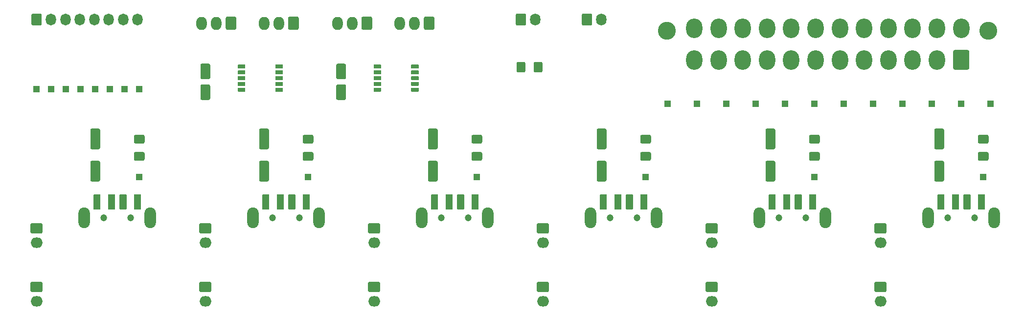
<source format=gbr>
%TF.GenerationSoftware,KiCad,Pcbnew,5.1.10*%
%TF.CreationDate,2021-09-07T22:11:19-04:00*%
%TF.ProjectId,Power Distribution Board Rock64,506f7765-7220-4446-9973-747269627574,rev?*%
%TF.SameCoordinates,Original*%
%TF.FileFunction,Soldermask,Top*%
%TF.FilePolarity,Negative*%
%FSLAX46Y46*%
G04 Gerber Fmt 4.6, Leading zero omitted, Abs format (unit mm)*
G04 Created by KiCad (PCBNEW 5.1.10) date 2021-09-07 22:11:19*
%MOMM*%
%LPD*%
G01*
G04 APERTURE LIST*
%ADD10C,1.200000*%
%ADD11O,2.000000X3.600000*%
%ADD12O,1.800000X2.100000*%
%ADD13O,1.840000X2.290000*%
%ADD14O,1.800000X2.050000*%
%ADD15O,2.100000X1.800000*%
%ADD16C,3.100000*%
%ADD17O,2.800000X3.400000*%
G04 APERTURE END LIST*
D10*
%TO.C,J10*%
X245350000Y-140420000D03*
X249950000Y-140420000D03*
D11*
X241950000Y-140420000D03*
X253350000Y-140420000D03*
G36*
G01*
X243600000Y-136370000D02*
X244700000Y-136370000D01*
G75*
G02*
X244750000Y-136420000I0J-50000D01*
G01*
X244750000Y-138920000D01*
G75*
G02*
X244700000Y-138970000I-50000J0D01*
G01*
X243600000Y-138970000D01*
G75*
G02*
X243550000Y-138920000I0J50000D01*
G01*
X243550000Y-136420000D01*
G75*
G02*
X243600000Y-136370000I50000J0D01*
G01*
G37*
G36*
G01*
X250600000Y-136370000D02*
X251700000Y-136370000D01*
G75*
G02*
X251750000Y-136420000I0J-50000D01*
G01*
X251750000Y-138920000D01*
G75*
G02*
X251700000Y-138970000I-50000J0D01*
G01*
X250600000Y-138970000D01*
G75*
G02*
X250550000Y-138920000I0J50000D01*
G01*
X250550000Y-136420000D01*
G75*
G02*
X250600000Y-136370000I50000J0D01*
G01*
G37*
G36*
G01*
X246100000Y-136370000D02*
X247200000Y-136370000D01*
G75*
G02*
X247250000Y-136420000I0J-50000D01*
G01*
X247250000Y-138920000D01*
G75*
G02*
X247200000Y-138970000I-50000J0D01*
G01*
X246100000Y-138970000D01*
G75*
G02*
X246050000Y-138920000I0J50000D01*
G01*
X246050000Y-136420000D01*
G75*
G02*
X246100000Y-136370000I50000J0D01*
G01*
G37*
G36*
G01*
X248100000Y-136370000D02*
X249200000Y-136370000D01*
G75*
G02*
X249250000Y-136420000I0J-50000D01*
G01*
X249250000Y-138920000D01*
G75*
G02*
X249200000Y-138970000I-50000J0D01*
G01*
X248100000Y-138970000D01*
G75*
G02*
X248050000Y-138920000I0J50000D01*
G01*
X248050000Y-136420000D01*
G75*
G02*
X248100000Y-136370000I50000J0D01*
G01*
G37*
%TD*%
D10*
%TO.C,J9*%
X186930000Y-140420000D03*
X191530000Y-140420000D03*
D11*
X183530000Y-140420000D03*
X194930000Y-140420000D03*
G36*
G01*
X185180000Y-136370000D02*
X186280000Y-136370000D01*
G75*
G02*
X186330000Y-136420000I0J-50000D01*
G01*
X186330000Y-138920000D01*
G75*
G02*
X186280000Y-138970000I-50000J0D01*
G01*
X185180000Y-138970000D01*
G75*
G02*
X185130000Y-138920000I0J50000D01*
G01*
X185130000Y-136420000D01*
G75*
G02*
X185180000Y-136370000I50000J0D01*
G01*
G37*
G36*
G01*
X192180000Y-136370000D02*
X193280000Y-136370000D01*
G75*
G02*
X193330000Y-136420000I0J-50000D01*
G01*
X193330000Y-138920000D01*
G75*
G02*
X193280000Y-138970000I-50000J0D01*
G01*
X192180000Y-138970000D01*
G75*
G02*
X192130000Y-138920000I0J50000D01*
G01*
X192130000Y-136420000D01*
G75*
G02*
X192180000Y-136370000I50000J0D01*
G01*
G37*
G36*
G01*
X187680000Y-136370000D02*
X188780000Y-136370000D01*
G75*
G02*
X188830000Y-136420000I0J-50000D01*
G01*
X188830000Y-138920000D01*
G75*
G02*
X188780000Y-138970000I-50000J0D01*
G01*
X187680000Y-138970000D01*
G75*
G02*
X187630000Y-138920000I0J50000D01*
G01*
X187630000Y-136420000D01*
G75*
G02*
X187680000Y-136370000I50000J0D01*
G01*
G37*
G36*
G01*
X189680000Y-136370000D02*
X190780000Y-136370000D01*
G75*
G02*
X190830000Y-136420000I0J-50000D01*
G01*
X190830000Y-138920000D01*
G75*
G02*
X190780000Y-138970000I-50000J0D01*
G01*
X189680000Y-138970000D01*
G75*
G02*
X189630000Y-138920000I0J50000D01*
G01*
X189630000Y-136420000D01*
G75*
G02*
X189680000Y-136370000I50000J0D01*
G01*
G37*
%TD*%
D10*
%TO.C,J8*%
X128510000Y-140420000D03*
X133110000Y-140420000D03*
D11*
X125110000Y-140420000D03*
X136510000Y-140420000D03*
G36*
G01*
X126760000Y-136370000D02*
X127860000Y-136370000D01*
G75*
G02*
X127910000Y-136420000I0J-50000D01*
G01*
X127910000Y-138920000D01*
G75*
G02*
X127860000Y-138970000I-50000J0D01*
G01*
X126760000Y-138970000D01*
G75*
G02*
X126710000Y-138920000I0J50000D01*
G01*
X126710000Y-136420000D01*
G75*
G02*
X126760000Y-136370000I50000J0D01*
G01*
G37*
G36*
G01*
X133760000Y-136370000D02*
X134860000Y-136370000D01*
G75*
G02*
X134910000Y-136420000I0J-50000D01*
G01*
X134910000Y-138920000D01*
G75*
G02*
X134860000Y-138970000I-50000J0D01*
G01*
X133760000Y-138970000D01*
G75*
G02*
X133710000Y-138920000I0J50000D01*
G01*
X133710000Y-136420000D01*
G75*
G02*
X133760000Y-136370000I50000J0D01*
G01*
G37*
G36*
G01*
X129260000Y-136370000D02*
X130360000Y-136370000D01*
G75*
G02*
X130410000Y-136420000I0J-50000D01*
G01*
X130410000Y-138920000D01*
G75*
G02*
X130360000Y-138970000I-50000J0D01*
G01*
X129260000Y-138970000D01*
G75*
G02*
X129210000Y-138920000I0J50000D01*
G01*
X129210000Y-136420000D01*
G75*
G02*
X129260000Y-136370000I50000J0D01*
G01*
G37*
G36*
G01*
X131260000Y-136370000D02*
X132360000Y-136370000D01*
G75*
G02*
X132410000Y-136420000I0J-50000D01*
G01*
X132410000Y-138920000D01*
G75*
G02*
X132360000Y-138970000I-50000J0D01*
G01*
X131260000Y-138970000D01*
G75*
G02*
X131210000Y-138920000I0J50000D01*
G01*
X131210000Y-136420000D01*
G75*
G02*
X131260000Y-136370000I50000J0D01*
G01*
G37*
%TD*%
D10*
%TO.C,J4*%
X216140000Y-140420000D03*
X220740000Y-140420000D03*
D11*
X212740000Y-140420000D03*
X224140000Y-140420000D03*
G36*
G01*
X214390000Y-136370000D02*
X215490000Y-136370000D01*
G75*
G02*
X215540000Y-136420000I0J-50000D01*
G01*
X215540000Y-138920000D01*
G75*
G02*
X215490000Y-138970000I-50000J0D01*
G01*
X214390000Y-138970000D01*
G75*
G02*
X214340000Y-138920000I0J50000D01*
G01*
X214340000Y-136420000D01*
G75*
G02*
X214390000Y-136370000I50000J0D01*
G01*
G37*
G36*
G01*
X221390000Y-136370000D02*
X222490000Y-136370000D01*
G75*
G02*
X222540000Y-136420000I0J-50000D01*
G01*
X222540000Y-138920000D01*
G75*
G02*
X222490000Y-138970000I-50000J0D01*
G01*
X221390000Y-138970000D01*
G75*
G02*
X221340000Y-138920000I0J50000D01*
G01*
X221340000Y-136420000D01*
G75*
G02*
X221390000Y-136370000I50000J0D01*
G01*
G37*
G36*
G01*
X216890000Y-136370000D02*
X217990000Y-136370000D01*
G75*
G02*
X218040000Y-136420000I0J-50000D01*
G01*
X218040000Y-138920000D01*
G75*
G02*
X217990000Y-138970000I-50000J0D01*
G01*
X216890000Y-138970000D01*
G75*
G02*
X216840000Y-138920000I0J50000D01*
G01*
X216840000Y-136420000D01*
G75*
G02*
X216890000Y-136370000I50000J0D01*
G01*
G37*
G36*
G01*
X218890000Y-136370000D02*
X219990000Y-136370000D01*
G75*
G02*
X220040000Y-136420000I0J-50000D01*
G01*
X220040000Y-138920000D01*
G75*
G02*
X219990000Y-138970000I-50000J0D01*
G01*
X218890000Y-138970000D01*
G75*
G02*
X218840000Y-138920000I0J50000D01*
G01*
X218840000Y-136420000D01*
G75*
G02*
X218890000Y-136370000I50000J0D01*
G01*
G37*
%TD*%
D10*
%TO.C,J3*%
X157720000Y-140420000D03*
X162320000Y-140420000D03*
D11*
X154320000Y-140420000D03*
X165720000Y-140420000D03*
G36*
G01*
X155970000Y-136370000D02*
X157070000Y-136370000D01*
G75*
G02*
X157120000Y-136420000I0J-50000D01*
G01*
X157120000Y-138920000D01*
G75*
G02*
X157070000Y-138970000I-50000J0D01*
G01*
X155970000Y-138970000D01*
G75*
G02*
X155920000Y-138920000I0J50000D01*
G01*
X155920000Y-136420000D01*
G75*
G02*
X155970000Y-136370000I50000J0D01*
G01*
G37*
G36*
G01*
X162970000Y-136370000D02*
X164070000Y-136370000D01*
G75*
G02*
X164120000Y-136420000I0J-50000D01*
G01*
X164120000Y-138920000D01*
G75*
G02*
X164070000Y-138970000I-50000J0D01*
G01*
X162970000Y-138970000D01*
G75*
G02*
X162920000Y-138920000I0J50000D01*
G01*
X162920000Y-136420000D01*
G75*
G02*
X162970000Y-136370000I50000J0D01*
G01*
G37*
G36*
G01*
X158470000Y-136370000D02*
X159570000Y-136370000D01*
G75*
G02*
X159620000Y-136420000I0J-50000D01*
G01*
X159620000Y-138920000D01*
G75*
G02*
X159570000Y-138970000I-50000J0D01*
G01*
X158470000Y-138970000D01*
G75*
G02*
X158420000Y-138920000I0J50000D01*
G01*
X158420000Y-136420000D01*
G75*
G02*
X158470000Y-136370000I50000J0D01*
G01*
G37*
G36*
G01*
X160470000Y-136370000D02*
X161570000Y-136370000D01*
G75*
G02*
X161620000Y-136420000I0J-50000D01*
G01*
X161620000Y-138920000D01*
G75*
G02*
X161570000Y-138970000I-50000J0D01*
G01*
X160470000Y-138970000D01*
G75*
G02*
X160420000Y-138920000I0J50000D01*
G01*
X160420000Y-136420000D01*
G75*
G02*
X160470000Y-136370000I50000J0D01*
G01*
G37*
%TD*%
D10*
%TO.C,J2*%
X99300000Y-140420000D03*
X103900000Y-140420000D03*
D11*
X95900000Y-140420000D03*
X107300000Y-140420000D03*
G36*
G01*
X97550000Y-136370000D02*
X98650000Y-136370000D01*
G75*
G02*
X98700000Y-136420000I0J-50000D01*
G01*
X98700000Y-138920000D01*
G75*
G02*
X98650000Y-138970000I-50000J0D01*
G01*
X97550000Y-138970000D01*
G75*
G02*
X97500000Y-138920000I0J50000D01*
G01*
X97500000Y-136420000D01*
G75*
G02*
X97550000Y-136370000I50000J0D01*
G01*
G37*
G36*
G01*
X104550000Y-136370000D02*
X105650000Y-136370000D01*
G75*
G02*
X105700000Y-136420000I0J-50000D01*
G01*
X105700000Y-138920000D01*
G75*
G02*
X105650000Y-138970000I-50000J0D01*
G01*
X104550000Y-138970000D01*
G75*
G02*
X104500000Y-138920000I0J50000D01*
G01*
X104500000Y-136420000D01*
G75*
G02*
X104550000Y-136370000I50000J0D01*
G01*
G37*
G36*
G01*
X100050000Y-136370000D02*
X101150000Y-136370000D01*
G75*
G02*
X101200000Y-136420000I0J-50000D01*
G01*
X101200000Y-138920000D01*
G75*
G02*
X101150000Y-138970000I-50000J0D01*
G01*
X100050000Y-138970000D01*
G75*
G02*
X100000000Y-138920000I0J50000D01*
G01*
X100000000Y-136420000D01*
G75*
G02*
X100050000Y-136370000I50000J0D01*
G01*
G37*
G36*
G01*
X102050000Y-136370000D02*
X103150000Y-136370000D01*
G75*
G02*
X103200000Y-136420000I0J-50000D01*
G01*
X103200000Y-138920000D01*
G75*
G02*
X103150000Y-138970000I-50000J0D01*
G01*
X102050000Y-138970000D01*
G75*
G02*
X102000000Y-138920000I0J50000D01*
G01*
X102000000Y-136420000D01*
G75*
G02*
X102050000Y-136370000I50000J0D01*
G01*
G37*
%TD*%
%TO.C,U2*%
G36*
G01*
X146020000Y-117865000D02*
X147200000Y-117865000D01*
G75*
G02*
X147250000Y-117915000I0J-50000D01*
G01*
X147250000Y-118495000D01*
G75*
G02*
X147200000Y-118545000I-50000J0D01*
G01*
X146020000Y-118545000D01*
G75*
G02*
X145970000Y-118495000I0J50000D01*
G01*
X145970000Y-117915000D01*
G75*
G02*
X146020000Y-117865000I50000J0D01*
G01*
G37*
G36*
G01*
X152520000Y-117865000D02*
X153700000Y-117865000D01*
G75*
G02*
X153750000Y-117915000I0J-50000D01*
G01*
X153750000Y-118495000D01*
G75*
G02*
X153700000Y-118545000I-50000J0D01*
G01*
X152520000Y-118545000D01*
G75*
G02*
X152470000Y-118495000I0J50000D01*
G01*
X152470000Y-117915000D01*
G75*
G02*
X152520000Y-117865000I50000J0D01*
G01*
G37*
G36*
G01*
X146020000Y-116865000D02*
X147200000Y-116865000D01*
G75*
G02*
X147250000Y-116915000I0J-50000D01*
G01*
X147250000Y-117495000D01*
G75*
G02*
X147200000Y-117545000I-50000J0D01*
G01*
X146020000Y-117545000D01*
G75*
G02*
X145970000Y-117495000I0J50000D01*
G01*
X145970000Y-116915000D01*
G75*
G02*
X146020000Y-116865000I50000J0D01*
G01*
G37*
G36*
G01*
X152520000Y-116865000D02*
X153700000Y-116865000D01*
G75*
G02*
X153750000Y-116915000I0J-50000D01*
G01*
X153750000Y-117495000D01*
G75*
G02*
X153700000Y-117545000I-50000J0D01*
G01*
X152520000Y-117545000D01*
G75*
G02*
X152470000Y-117495000I0J50000D01*
G01*
X152470000Y-116915000D01*
G75*
G02*
X152520000Y-116865000I50000J0D01*
G01*
G37*
G36*
G01*
X146020000Y-115865000D02*
X147200000Y-115865000D01*
G75*
G02*
X147250000Y-115915000I0J-50000D01*
G01*
X147250000Y-116495000D01*
G75*
G02*
X147200000Y-116545000I-50000J0D01*
G01*
X146020000Y-116545000D01*
G75*
G02*
X145970000Y-116495000I0J50000D01*
G01*
X145970000Y-115915000D01*
G75*
G02*
X146020000Y-115865000I50000J0D01*
G01*
G37*
G36*
G01*
X152520000Y-115865000D02*
X153700000Y-115865000D01*
G75*
G02*
X153750000Y-115915000I0J-50000D01*
G01*
X153750000Y-116495000D01*
G75*
G02*
X153700000Y-116545000I-50000J0D01*
G01*
X152520000Y-116545000D01*
G75*
G02*
X152470000Y-116495000I0J50000D01*
G01*
X152470000Y-115915000D01*
G75*
G02*
X152520000Y-115865000I50000J0D01*
G01*
G37*
G36*
G01*
X146020000Y-114865000D02*
X147200000Y-114865000D01*
G75*
G02*
X147250000Y-114915000I0J-50000D01*
G01*
X147250000Y-115495000D01*
G75*
G02*
X147200000Y-115545000I-50000J0D01*
G01*
X146020000Y-115545000D01*
G75*
G02*
X145970000Y-115495000I0J50000D01*
G01*
X145970000Y-114915000D01*
G75*
G02*
X146020000Y-114865000I50000J0D01*
G01*
G37*
G36*
G01*
X152520000Y-114865000D02*
X153700000Y-114865000D01*
G75*
G02*
X153750000Y-114915000I0J-50000D01*
G01*
X153750000Y-115495000D01*
G75*
G02*
X153700000Y-115545000I-50000J0D01*
G01*
X152520000Y-115545000D01*
G75*
G02*
X152470000Y-115495000I0J50000D01*
G01*
X152470000Y-114915000D01*
G75*
G02*
X152520000Y-114865000I50000J0D01*
G01*
G37*
G36*
G01*
X146020000Y-113865000D02*
X147200000Y-113865000D01*
G75*
G02*
X147250000Y-113915000I0J-50000D01*
G01*
X147250000Y-114495000D01*
G75*
G02*
X147200000Y-114545000I-50000J0D01*
G01*
X146020000Y-114545000D01*
G75*
G02*
X145970000Y-114495000I0J50000D01*
G01*
X145970000Y-113915000D01*
G75*
G02*
X146020000Y-113865000I50000J0D01*
G01*
G37*
G36*
G01*
X152520000Y-113865000D02*
X153700000Y-113865000D01*
G75*
G02*
X153750000Y-113915000I0J-50000D01*
G01*
X153750000Y-114495000D01*
G75*
G02*
X153700000Y-114545000I-50000J0D01*
G01*
X152520000Y-114545000D01*
G75*
G02*
X152470000Y-114495000I0J50000D01*
G01*
X152470000Y-113915000D01*
G75*
G02*
X152520000Y-113865000I50000J0D01*
G01*
G37*
%TD*%
%TO.C,U1*%
G36*
G01*
X122525000Y-117865000D02*
X123705000Y-117865000D01*
G75*
G02*
X123755000Y-117915000I0J-50000D01*
G01*
X123755000Y-118495000D01*
G75*
G02*
X123705000Y-118545000I-50000J0D01*
G01*
X122525000Y-118545000D01*
G75*
G02*
X122475000Y-118495000I0J50000D01*
G01*
X122475000Y-117915000D01*
G75*
G02*
X122525000Y-117865000I50000J0D01*
G01*
G37*
G36*
G01*
X129025000Y-117865000D02*
X130205000Y-117865000D01*
G75*
G02*
X130255000Y-117915000I0J-50000D01*
G01*
X130255000Y-118495000D01*
G75*
G02*
X130205000Y-118545000I-50000J0D01*
G01*
X129025000Y-118545000D01*
G75*
G02*
X128975000Y-118495000I0J50000D01*
G01*
X128975000Y-117915000D01*
G75*
G02*
X129025000Y-117865000I50000J0D01*
G01*
G37*
G36*
G01*
X122525000Y-116865000D02*
X123705000Y-116865000D01*
G75*
G02*
X123755000Y-116915000I0J-50000D01*
G01*
X123755000Y-117495000D01*
G75*
G02*
X123705000Y-117545000I-50000J0D01*
G01*
X122525000Y-117545000D01*
G75*
G02*
X122475000Y-117495000I0J50000D01*
G01*
X122475000Y-116915000D01*
G75*
G02*
X122525000Y-116865000I50000J0D01*
G01*
G37*
G36*
G01*
X129025000Y-116865000D02*
X130205000Y-116865000D01*
G75*
G02*
X130255000Y-116915000I0J-50000D01*
G01*
X130255000Y-117495000D01*
G75*
G02*
X130205000Y-117545000I-50000J0D01*
G01*
X129025000Y-117545000D01*
G75*
G02*
X128975000Y-117495000I0J50000D01*
G01*
X128975000Y-116915000D01*
G75*
G02*
X129025000Y-116865000I50000J0D01*
G01*
G37*
G36*
G01*
X122525000Y-115865000D02*
X123705000Y-115865000D01*
G75*
G02*
X123755000Y-115915000I0J-50000D01*
G01*
X123755000Y-116495000D01*
G75*
G02*
X123705000Y-116545000I-50000J0D01*
G01*
X122525000Y-116545000D01*
G75*
G02*
X122475000Y-116495000I0J50000D01*
G01*
X122475000Y-115915000D01*
G75*
G02*
X122525000Y-115865000I50000J0D01*
G01*
G37*
G36*
G01*
X129025000Y-115865000D02*
X130205000Y-115865000D01*
G75*
G02*
X130255000Y-115915000I0J-50000D01*
G01*
X130255000Y-116495000D01*
G75*
G02*
X130205000Y-116545000I-50000J0D01*
G01*
X129025000Y-116545000D01*
G75*
G02*
X128975000Y-116495000I0J50000D01*
G01*
X128975000Y-115915000D01*
G75*
G02*
X129025000Y-115865000I50000J0D01*
G01*
G37*
G36*
G01*
X122525000Y-114865000D02*
X123705000Y-114865000D01*
G75*
G02*
X123755000Y-114915000I0J-50000D01*
G01*
X123755000Y-115495000D01*
G75*
G02*
X123705000Y-115545000I-50000J0D01*
G01*
X122525000Y-115545000D01*
G75*
G02*
X122475000Y-115495000I0J50000D01*
G01*
X122475000Y-114915000D01*
G75*
G02*
X122525000Y-114865000I50000J0D01*
G01*
G37*
G36*
G01*
X129025000Y-114865000D02*
X130205000Y-114865000D01*
G75*
G02*
X130255000Y-114915000I0J-50000D01*
G01*
X130255000Y-115495000D01*
G75*
G02*
X130205000Y-115545000I-50000J0D01*
G01*
X129025000Y-115545000D01*
G75*
G02*
X128975000Y-115495000I0J50000D01*
G01*
X128975000Y-114915000D01*
G75*
G02*
X129025000Y-114865000I50000J0D01*
G01*
G37*
G36*
G01*
X122525000Y-113865000D02*
X123705000Y-113865000D01*
G75*
G02*
X123755000Y-113915000I0J-50000D01*
G01*
X123755000Y-114495000D01*
G75*
G02*
X123705000Y-114545000I-50000J0D01*
G01*
X122525000Y-114545000D01*
G75*
G02*
X122475000Y-114495000I0J50000D01*
G01*
X122475000Y-113915000D01*
G75*
G02*
X122525000Y-113865000I50000J0D01*
G01*
G37*
G36*
G01*
X129025000Y-113865000D02*
X130205000Y-113865000D01*
G75*
G02*
X130255000Y-113915000I0J-50000D01*
G01*
X130255000Y-114495000D01*
G75*
G02*
X130205000Y-114545000I-50000J0D01*
G01*
X129025000Y-114545000D01*
G75*
G02*
X128975000Y-114495000I0J50000D01*
G01*
X128975000Y-113915000D01*
G75*
G02*
X129025000Y-113865000I50000J0D01*
G01*
G37*
%TD*%
%TO.C,TP26*%
G36*
G01*
X104860000Y-118610000D02*
X104860000Y-117610000D01*
G75*
G02*
X104910000Y-117560000I50000J0D01*
G01*
X105910000Y-117560000D01*
G75*
G02*
X105960000Y-117610000I0J-50000D01*
G01*
X105960000Y-118610000D01*
G75*
G02*
X105910000Y-118660000I-50000J0D01*
G01*
X104910000Y-118660000D01*
G75*
G02*
X104860000Y-118610000I0J50000D01*
G01*
G37*
%TD*%
%TO.C,TP25*%
G36*
G01*
X102320000Y-118610000D02*
X102320000Y-117610000D01*
G75*
G02*
X102370000Y-117560000I50000J0D01*
G01*
X103370000Y-117560000D01*
G75*
G02*
X103420000Y-117610000I0J-50000D01*
G01*
X103420000Y-118610000D01*
G75*
G02*
X103370000Y-118660000I-50000J0D01*
G01*
X102370000Y-118660000D01*
G75*
G02*
X102320000Y-118610000I0J50000D01*
G01*
G37*
%TD*%
%TO.C,TP24*%
G36*
G01*
X99780000Y-118610000D02*
X99780000Y-117610000D01*
G75*
G02*
X99830000Y-117560000I50000J0D01*
G01*
X100830000Y-117560000D01*
G75*
G02*
X100880000Y-117610000I0J-50000D01*
G01*
X100880000Y-118610000D01*
G75*
G02*
X100830000Y-118660000I-50000J0D01*
G01*
X99830000Y-118660000D01*
G75*
G02*
X99780000Y-118610000I0J50000D01*
G01*
G37*
%TD*%
%TO.C,TP23*%
G36*
G01*
X97240000Y-118610000D02*
X97240000Y-117610000D01*
G75*
G02*
X97290000Y-117560000I50000J0D01*
G01*
X98290000Y-117560000D01*
G75*
G02*
X98340000Y-117610000I0J-50000D01*
G01*
X98340000Y-118610000D01*
G75*
G02*
X98290000Y-118660000I-50000J0D01*
G01*
X97290000Y-118660000D01*
G75*
G02*
X97240000Y-118610000I0J50000D01*
G01*
G37*
%TD*%
%TO.C,TP22*%
G36*
G01*
X251960000Y-133900000D02*
X250960000Y-133900000D01*
G75*
G02*
X250910000Y-133850000I0J50000D01*
G01*
X250910000Y-132850000D01*
G75*
G02*
X250960000Y-132800000I50000J0D01*
G01*
X251960000Y-132800000D01*
G75*
G02*
X252010000Y-132850000I0J-50000D01*
G01*
X252010000Y-133850000D01*
G75*
G02*
X251960000Y-133900000I-50000J0D01*
G01*
G37*
%TD*%
%TO.C,TP21*%
G36*
G01*
X222750000Y-133900000D02*
X221750000Y-133900000D01*
G75*
G02*
X221700000Y-133850000I0J50000D01*
G01*
X221700000Y-132850000D01*
G75*
G02*
X221750000Y-132800000I50000J0D01*
G01*
X222750000Y-132800000D01*
G75*
G02*
X222800000Y-132850000I0J-50000D01*
G01*
X222800000Y-133850000D01*
G75*
G02*
X222750000Y-133900000I-50000J0D01*
G01*
G37*
%TD*%
%TO.C,TP20*%
G36*
G01*
X193540000Y-133900000D02*
X192540000Y-133900000D01*
G75*
G02*
X192490000Y-133850000I0J50000D01*
G01*
X192490000Y-132850000D01*
G75*
G02*
X192540000Y-132800000I50000J0D01*
G01*
X193540000Y-132800000D01*
G75*
G02*
X193590000Y-132850000I0J-50000D01*
G01*
X193590000Y-133850000D01*
G75*
G02*
X193540000Y-133900000I-50000J0D01*
G01*
G37*
%TD*%
%TO.C,TP19*%
G36*
G01*
X94700000Y-118610000D02*
X94700000Y-117610000D01*
G75*
G02*
X94750000Y-117560000I50000J0D01*
G01*
X95750000Y-117560000D01*
G75*
G02*
X95800000Y-117610000I0J-50000D01*
G01*
X95800000Y-118610000D01*
G75*
G02*
X95750000Y-118660000I-50000J0D01*
G01*
X94750000Y-118660000D01*
G75*
G02*
X94700000Y-118610000I0J50000D01*
G01*
G37*
%TD*%
%TO.C,TP18*%
G36*
G01*
X92160000Y-118610000D02*
X92160000Y-117610000D01*
G75*
G02*
X92210000Y-117560000I50000J0D01*
G01*
X93210000Y-117560000D01*
G75*
G02*
X93260000Y-117610000I0J-50000D01*
G01*
X93260000Y-118610000D01*
G75*
G02*
X93210000Y-118660000I-50000J0D01*
G01*
X92210000Y-118660000D01*
G75*
G02*
X92160000Y-118610000I0J50000D01*
G01*
G37*
%TD*%
%TO.C,TP17*%
G36*
G01*
X89620000Y-118610000D02*
X89620000Y-117610000D01*
G75*
G02*
X89670000Y-117560000I50000J0D01*
G01*
X90670000Y-117560000D01*
G75*
G02*
X90720000Y-117610000I0J-50000D01*
G01*
X90720000Y-118610000D01*
G75*
G02*
X90670000Y-118660000I-50000J0D01*
G01*
X89670000Y-118660000D01*
G75*
G02*
X89620000Y-118610000I0J50000D01*
G01*
G37*
%TD*%
%TO.C,TP16*%
G36*
G01*
X87080000Y-118610000D02*
X87080000Y-117610000D01*
G75*
G02*
X87130000Y-117560000I50000J0D01*
G01*
X88130000Y-117560000D01*
G75*
G02*
X88180000Y-117610000I0J-50000D01*
G01*
X88180000Y-118610000D01*
G75*
G02*
X88130000Y-118660000I-50000J0D01*
G01*
X87130000Y-118660000D01*
G75*
G02*
X87080000Y-118610000I0J50000D01*
G01*
G37*
%TD*%
%TO.C,TP15*%
G36*
G01*
X164330000Y-133900000D02*
X163330000Y-133900000D01*
G75*
G02*
X163280000Y-133850000I0J50000D01*
G01*
X163280000Y-132850000D01*
G75*
G02*
X163330000Y-132800000I50000J0D01*
G01*
X164330000Y-132800000D01*
G75*
G02*
X164380000Y-132850000I0J-50000D01*
G01*
X164380000Y-133850000D01*
G75*
G02*
X164330000Y-133900000I-50000J0D01*
G01*
G37*
%TD*%
%TO.C,TP14*%
G36*
G01*
X135120000Y-133900000D02*
X134120000Y-133900000D01*
G75*
G02*
X134070000Y-133850000I0J50000D01*
G01*
X134070000Y-132850000D01*
G75*
G02*
X134120000Y-132800000I50000J0D01*
G01*
X135120000Y-132800000D01*
G75*
G02*
X135170000Y-132850000I0J-50000D01*
G01*
X135170000Y-133850000D01*
G75*
G02*
X135120000Y-133900000I-50000J0D01*
G01*
G37*
%TD*%
%TO.C,TP13*%
G36*
G01*
X105910000Y-133900000D02*
X104910000Y-133900000D01*
G75*
G02*
X104860000Y-133850000I0J50000D01*
G01*
X104860000Y-132850000D01*
G75*
G02*
X104910000Y-132800000I50000J0D01*
G01*
X105910000Y-132800000D01*
G75*
G02*
X105960000Y-132850000I0J-50000D01*
G01*
X105960000Y-133850000D01*
G75*
G02*
X105910000Y-133900000I-50000J0D01*
G01*
G37*
%TD*%
%TO.C,TP12*%
G36*
G01*
X196300000Y-121150000D02*
X196300000Y-120150000D01*
G75*
G02*
X196350000Y-120100000I50000J0D01*
G01*
X197350000Y-120100000D01*
G75*
G02*
X197400000Y-120150000I0J-50000D01*
G01*
X197400000Y-121150000D01*
G75*
G02*
X197350000Y-121200000I-50000J0D01*
G01*
X196350000Y-121200000D01*
G75*
G02*
X196300000Y-121150000I0J50000D01*
G01*
G37*
%TD*%
%TO.C,TP11*%
G36*
G01*
X201380000Y-121150000D02*
X201380000Y-120150000D01*
G75*
G02*
X201430000Y-120100000I50000J0D01*
G01*
X202430000Y-120100000D01*
G75*
G02*
X202480000Y-120150000I0J-50000D01*
G01*
X202480000Y-121150000D01*
G75*
G02*
X202430000Y-121200000I-50000J0D01*
G01*
X201430000Y-121200000D01*
G75*
G02*
X201380000Y-121150000I0J50000D01*
G01*
G37*
%TD*%
%TO.C,TP10*%
G36*
G01*
X206460000Y-121150000D02*
X206460000Y-120150000D01*
G75*
G02*
X206510000Y-120100000I50000J0D01*
G01*
X207510000Y-120100000D01*
G75*
G02*
X207560000Y-120150000I0J-50000D01*
G01*
X207560000Y-121150000D01*
G75*
G02*
X207510000Y-121200000I-50000J0D01*
G01*
X206510000Y-121200000D01*
G75*
G02*
X206460000Y-121150000I0J50000D01*
G01*
G37*
%TD*%
%TO.C,TP9*%
G36*
G01*
X211540000Y-121150000D02*
X211540000Y-120150000D01*
G75*
G02*
X211590000Y-120100000I50000J0D01*
G01*
X212590000Y-120100000D01*
G75*
G02*
X212640000Y-120150000I0J-50000D01*
G01*
X212640000Y-121150000D01*
G75*
G02*
X212590000Y-121200000I-50000J0D01*
G01*
X211590000Y-121200000D01*
G75*
G02*
X211540000Y-121150000I0J50000D01*
G01*
G37*
%TD*%
%TO.C,TP8*%
G36*
G01*
X216620000Y-121150000D02*
X216620000Y-120150000D01*
G75*
G02*
X216670000Y-120100000I50000J0D01*
G01*
X217670000Y-120100000D01*
G75*
G02*
X217720000Y-120150000I0J-50000D01*
G01*
X217720000Y-121150000D01*
G75*
G02*
X217670000Y-121200000I-50000J0D01*
G01*
X216670000Y-121200000D01*
G75*
G02*
X216620000Y-121150000I0J50000D01*
G01*
G37*
%TD*%
%TO.C,TP7*%
G36*
G01*
X221700000Y-121150000D02*
X221700000Y-120150000D01*
G75*
G02*
X221750000Y-120100000I50000J0D01*
G01*
X222750000Y-120100000D01*
G75*
G02*
X222800000Y-120150000I0J-50000D01*
G01*
X222800000Y-121150000D01*
G75*
G02*
X222750000Y-121200000I-50000J0D01*
G01*
X221750000Y-121200000D01*
G75*
G02*
X221700000Y-121150000I0J50000D01*
G01*
G37*
%TD*%
%TO.C,TP6*%
G36*
G01*
X226780000Y-121150000D02*
X226780000Y-120150000D01*
G75*
G02*
X226830000Y-120100000I50000J0D01*
G01*
X227830000Y-120100000D01*
G75*
G02*
X227880000Y-120150000I0J-50000D01*
G01*
X227880000Y-121150000D01*
G75*
G02*
X227830000Y-121200000I-50000J0D01*
G01*
X226830000Y-121200000D01*
G75*
G02*
X226780000Y-121150000I0J50000D01*
G01*
G37*
%TD*%
%TO.C,TP5*%
G36*
G01*
X231860000Y-121150000D02*
X231860000Y-120150000D01*
G75*
G02*
X231910000Y-120100000I50000J0D01*
G01*
X232910000Y-120100000D01*
G75*
G02*
X232960000Y-120150000I0J-50000D01*
G01*
X232960000Y-121150000D01*
G75*
G02*
X232910000Y-121200000I-50000J0D01*
G01*
X231910000Y-121200000D01*
G75*
G02*
X231860000Y-121150000I0J50000D01*
G01*
G37*
%TD*%
%TO.C,TP4*%
G36*
G01*
X236940000Y-121150000D02*
X236940000Y-120150000D01*
G75*
G02*
X236990000Y-120100000I50000J0D01*
G01*
X237990000Y-120100000D01*
G75*
G02*
X238040000Y-120150000I0J-50000D01*
G01*
X238040000Y-121150000D01*
G75*
G02*
X237990000Y-121200000I-50000J0D01*
G01*
X236990000Y-121200000D01*
G75*
G02*
X236940000Y-121150000I0J50000D01*
G01*
G37*
%TD*%
%TO.C,TP3*%
G36*
G01*
X242020000Y-121150000D02*
X242020000Y-120150000D01*
G75*
G02*
X242070000Y-120100000I50000J0D01*
G01*
X243070000Y-120100000D01*
G75*
G02*
X243120000Y-120150000I0J-50000D01*
G01*
X243120000Y-121150000D01*
G75*
G02*
X243070000Y-121200000I-50000J0D01*
G01*
X242070000Y-121200000D01*
G75*
G02*
X242020000Y-121150000I0J50000D01*
G01*
G37*
%TD*%
%TO.C,TP2*%
G36*
G01*
X247100000Y-121150000D02*
X247100000Y-120150000D01*
G75*
G02*
X247150000Y-120100000I50000J0D01*
G01*
X248150000Y-120100000D01*
G75*
G02*
X248200000Y-120150000I0J-50000D01*
G01*
X248200000Y-121150000D01*
G75*
G02*
X248150000Y-121200000I-50000J0D01*
G01*
X247150000Y-121200000D01*
G75*
G02*
X247100000Y-121150000I0J50000D01*
G01*
G37*
%TD*%
%TO.C,TP1*%
G36*
G01*
X252180000Y-121150000D02*
X252180000Y-120150000D01*
G75*
G02*
X252230000Y-120100000I50000J0D01*
G01*
X253230000Y-120100000D01*
G75*
G02*
X253280000Y-120150000I0J-50000D01*
G01*
X253280000Y-121150000D01*
G75*
G02*
X253230000Y-121200000I-50000J0D01*
G01*
X252230000Y-121200000D01*
G75*
G02*
X252180000Y-121150000I0J50000D01*
G01*
G37*
%TD*%
%TO.C,R1*%
G36*
G01*
X173662500Y-114957457D02*
X173662500Y-113642543D01*
G75*
G02*
X173930043Y-113375000I267543J0D01*
G01*
X174919957Y-113375000D01*
G75*
G02*
X175187500Y-113642543I0J-267543D01*
G01*
X175187500Y-114957457D01*
G75*
G02*
X174919957Y-115225000I-267543J0D01*
G01*
X173930043Y-115225000D01*
G75*
G02*
X173662500Y-114957457I0J267543D01*
G01*
G37*
G36*
G01*
X170687500Y-114957457D02*
X170687500Y-113642543D01*
G75*
G02*
X170955043Y-113375000I267543J0D01*
G01*
X171944957Y-113375000D01*
G75*
G02*
X172212500Y-113642543I0J-267543D01*
G01*
X172212500Y-114957457D01*
G75*
G02*
X171944957Y-115225000I-267543J0D01*
G01*
X170955043Y-115225000D01*
G75*
G02*
X170687500Y-114957457I0J267543D01*
G01*
G37*
%TD*%
D12*
%TO.C,J26*%
X173950000Y-106045000D03*
G36*
G01*
X170550000Y-106830295D02*
X170550000Y-105259705D01*
G75*
G02*
X170814705Y-104995000I264705J0D01*
G01*
X172085295Y-104995000D01*
G75*
G02*
X172350000Y-105259705I0J-264705D01*
G01*
X172350000Y-106830295D01*
G75*
G02*
X172085295Y-107095000I-264705J0D01*
G01*
X170814705Y-107095000D01*
G75*
G02*
X170550000Y-106830295I0J264705D01*
G01*
G37*
%TD*%
D13*
%TO.C,J25*%
X150495000Y-106680000D03*
X153035000Y-106680000D03*
G36*
G01*
X156495000Y-105799366D02*
X156495000Y-107560634D01*
G75*
G02*
X156230634Y-107825000I-264366J0D01*
G01*
X154919366Y-107825000D01*
G75*
G02*
X154655000Y-107560634I0J264366D01*
G01*
X154655000Y-105799366D01*
G75*
G02*
X154919366Y-105535000I264366J0D01*
G01*
X156230634Y-105535000D01*
G75*
G02*
X156495000Y-105799366I0J-264366D01*
G01*
G37*
%TD*%
%TO.C,J24*%
X139700000Y-106680000D03*
X142240000Y-106680000D03*
G36*
G01*
X145700000Y-105799366D02*
X145700000Y-107560634D01*
G75*
G02*
X145435634Y-107825000I-264366J0D01*
G01*
X144124366Y-107825000D01*
G75*
G02*
X143860000Y-107560634I0J264366D01*
G01*
X143860000Y-105799366D01*
G75*
G02*
X144124366Y-105535000I264366J0D01*
G01*
X145435634Y-105535000D01*
G75*
G02*
X145700000Y-105799366I0J-264366D01*
G01*
G37*
%TD*%
%TO.C,J23*%
X127000000Y-106680000D03*
X129540000Y-106680000D03*
G36*
G01*
X133000000Y-105799366D02*
X133000000Y-107560634D01*
G75*
G02*
X132735634Y-107825000I-264366J0D01*
G01*
X131424366Y-107825000D01*
G75*
G02*
X131160000Y-107560634I0J264366D01*
G01*
X131160000Y-105799366D01*
G75*
G02*
X131424366Y-105535000I264366J0D01*
G01*
X132735634Y-105535000D01*
G75*
G02*
X133000000Y-105799366I0J-264366D01*
G01*
G37*
%TD*%
%TO.C,J22*%
X116205000Y-106680000D03*
X118745000Y-106680000D03*
G36*
G01*
X122205000Y-105799366D02*
X122205000Y-107560634D01*
G75*
G02*
X121940634Y-107825000I-264366J0D01*
G01*
X120629366Y-107825000D01*
G75*
G02*
X120365000Y-107560634I0J264366D01*
G01*
X120365000Y-105799366D01*
G75*
G02*
X120629366Y-105535000I264366J0D01*
G01*
X121940634Y-105535000D01*
G75*
G02*
X122205000Y-105799366I0J-264366D01*
G01*
G37*
%TD*%
D14*
%TO.C,J21*%
X105130000Y-106045000D03*
X102630000Y-106045000D03*
X100130000Y-106045000D03*
X97630000Y-106045000D03*
X95130000Y-106045000D03*
X92630000Y-106045000D03*
X90130000Y-106045000D03*
G36*
G01*
X86730000Y-106805295D02*
X86730000Y-105284705D01*
G75*
G02*
X86994705Y-105020000I264705J0D01*
G01*
X88265295Y-105020000D01*
G75*
G02*
X88530000Y-105284705I0J-264705D01*
G01*
X88530000Y-106805295D01*
G75*
G02*
X88265295Y-107070000I-264705J0D01*
G01*
X86994705Y-107070000D01*
G75*
G02*
X86730000Y-106805295I0J264705D01*
G01*
G37*
%TD*%
D15*
%TO.C,J20*%
X233680000Y-144740000D03*
G36*
G01*
X232894705Y-141340000D02*
X234465295Y-141340000D01*
G75*
G02*
X234730000Y-141604705I0J-264705D01*
G01*
X234730000Y-142875295D01*
G75*
G02*
X234465295Y-143140000I-264705J0D01*
G01*
X232894705Y-143140000D01*
G75*
G02*
X232630000Y-142875295I0J264705D01*
G01*
X232630000Y-141604705D01*
G75*
G02*
X232894705Y-141340000I264705J0D01*
G01*
G37*
%TD*%
%TO.C,J19*%
X175260000Y-144740000D03*
G36*
G01*
X174474705Y-141340000D02*
X176045295Y-141340000D01*
G75*
G02*
X176310000Y-141604705I0J-264705D01*
G01*
X176310000Y-142875295D01*
G75*
G02*
X176045295Y-143140000I-264705J0D01*
G01*
X174474705Y-143140000D01*
G75*
G02*
X174210000Y-142875295I0J264705D01*
G01*
X174210000Y-141604705D01*
G75*
G02*
X174474705Y-141340000I264705J0D01*
G01*
G37*
%TD*%
%TO.C,J18*%
X116840000Y-144740000D03*
G36*
G01*
X116054705Y-141340000D02*
X117625295Y-141340000D01*
G75*
G02*
X117890000Y-141604705I0J-264705D01*
G01*
X117890000Y-142875295D01*
G75*
G02*
X117625295Y-143140000I-264705J0D01*
G01*
X116054705Y-143140000D01*
G75*
G02*
X115790000Y-142875295I0J264705D01*
G01*
X115790000Y-141604705D01*
G75*
G02*
X116054705Y-141340000I264705J0D01*
G01*
G37*
%TD*%
D12*
%TO.C,J17*%
X185380000Y-106045000D03*
G36*
G01*
X181980000Y-106830295D02*
X181980000Y-105259705D01*
G75*
G02*
X182244705Y-104995000I264705J0D01*
G01*
X183515295Y-104995000D01*
G75*
G02*
X183780000Y-105259705I0J-264705D01*
G01*
X183780000Y-106830295D01*
G75*
G02*
X183515295Y-107095000I-264705J0D01*
G01*
X182244705Y-107095000D01*
G75*
G02*
X181980000Y-106830295I0J264705D01*
G01*
G37*
%TD*%
D15*
%TO.C,J16*%
X204470000Y-144740000D03*
G36*
G01*
X203684705Y-141340000D02*
X205255295Y-141340000D01*
G75*
G02*
X205520000Y-141604705I0J-264705D01*
G01*
X205520000Y-142875295D01*
G75*
G02*
X205255295Y-143140000I-264705J0D01*
G01*
X203684705Y-143140000D01*
G75*
G02*
X203420000Y-142875295I0J264705D01*
G01*
X203420000Y-141604705D01*
G75*
G02*
X203684705Y-141340000I264705J0D01*
G01*
G37*
%TD*%
%TO.C,J15*%
X146050000Y-144740000D03*
G36*
G01*
X145264705Y-141340000D02*
X146835295Y-141340000D01*
G75*
G02*
X147100000Y-141604705I0J-264705D01*
G01*
X147100000Y-142875295D01*
G75*
G02*
X146835295Y-143140000I-264705J0D01*
G01*
X145264705Y-143140000D01*
G75*
G02*
X145000000Y-142875295I0J264705D01*
G01*
X145000000Y-141604705D01*
G75*
G02*
X145264705Y-141340000I264705J0D01*
G01*
G37*
%TD*%
%TO.C,J14*%
X87630000Y-144740000D03*
G36*
G01*
X86844705Y-141340000D02*
X88415295Y-141340000D01*
G75*
G02*
X88680000Y-141604705I0J-264705D01*
G01*
X88680000Y-142875295D01*
G75*
G02*
X88415295Y-143140000I-264705J0D01*
G01*
X86844705Y-143140000D01*
G75*
G02*
X86580000Y-142875295I0J264705D01*
G01*
X86580000Y-141604705D01*
G75*
G02*
X86844705Y-141340000I264705J0D01*
G01*
G37*
%TD*%
%TO.C,J13*%
X233680000Y-154900000D03*
G36*
G01*
X232894705Y-151500000D02*
X234465295Y-151500000D01*
G75*
G02*
X234730000Y-151764705I0J-264705D01*
G01*
X234730000Y-153035295D01*
G75*
G02*
X234465295Y-153300000I-264705J0D01*
G01*
X232894705Y-153300000D01*
G75*
G02*
X232630000Y-153035295I0J264705D01*
G01*
X232630000Y-151764705D01*
G75*
G02*
X232894705Y-151500000I264705J0D01*
G01*
G37*
%TD*%
%TO.C,J12*%
X175260000Y-154900000D03*
G36*
G01*
X174474705Y-151500000D02*
X176045295Y-151500000D01*
G75*
G02*
X176310000Y-151764705I0J-264705D01*
G01*
X176310000Y-153035295D01*
G75*
G02*
X176045295Y-153300000I-264705J0D01*
G01*
X174474705Y-153300000D01*
G75*
G02*
X174210000Y-153035295I0J264705D01*
G01*
X174210000Y-151764705D01*
G75*
G02*
X174474705Y-151500000I264705J0D01*
G01*
G37*
%TD*%
%TO.C,J11*%
X116840000Y-154900000D03*
G36*
G01*
X116054705Y-151500000D02*
X117625295Y-151500000D01*
G75*
G02*
X117890000Y-151764705I0J-264705D01*
G01*
X117890000Y-153035295D01*
G75*
G02*
X117625295Y-153300000I-264705J0D01*
G01*
X116054705Y-153300000D01*
G75*
G02*
X115790000Y-153035295I0J264705D01*
G01*
X115790000Y-151764705D01*
G75*
G02*
X116054705Y-151500000I264705J0D01*
G01*
G37*
%TD*%
%TO.C,J7*%
X204470000Y-154900000D03*
G36*
G01*
X203684705Y-151500000D02*
X205255295Y-151500000D01*
G75*
G02*
X205520000Y-151764705I0J-264705D01*
G01*
X205520000Y-153035295D01*
G75*
G02*
X205255295Y-153300000I-264705J0D01*
G01*
X203684705Y-153300000D01*
G75*
G02*
X203420000Y-153035295I0J264705D01*
G01*
X203420000Y-151764705D01*
G75*
G02*
X203684705Y-151500000I264705J0D01*
G01*
G37*
%TD*%
%TO.C,J6*%
X146050000Y-154900000D03*
G36*
G01*
X145264705Y-151500000D02*
X146835295Y-151500000D01*
G75*
G02*
X147100000Y-151764705I0J-264705D01*
G01*
X147100000Y-153035295D01*
G75*
G02*
X146835295Y-153300000I-264705J0D01*
G01*
X145264705Y-153300000D01*
G75*
G02*
X145000000Y-153035295I0J264705D01*
G01*
X145000000Y-151764705D01*
G75*
G02*
X145264705Y-151500000I264705J0D01*
G01*
G37*
%TD*%
%TO.C,J5*%
X87630000Y-154900000D03*
G36*
G01*
X86844705Y-151500000D02*
X88415295Y-151500000D01*
G75*
G02*
X88680000Y-151764705I0J-264705D01*
G01*
X88680000Y-153035295D01*
G75*
G02*
X88415295Y-153300000I-264705J0D01*
G01*
X86844705Y-153300000D01*
G75*
G02*
X86580000Y-153035295I0J264705D01*
G01*
X86580000Y-151764705D01*
G75*
G02*
X86844705Y-151500000I264705J0D01*
G01*
G37*
%TD*%
D16*
%TO.C,J1*%
X196750000Y-107990000D03*
X252350000Y-107990000D03*
D17*
X201450000Y-107530000D03*
X205650000Y-107530000D03*
X209850000Y-107530000D03*
X214050000Y-107530000D03*
X218250000Y-107530000D03*
X222450000Y-107530000D03*
X226650000Y-107530000D03*
X230850000Y-107530000D03*
X235050000Y-107530000D03*
X239250000Y-107530000D03*
X243450000Y-107530000D03*
X247650000Y-107530000D03*
X201450000Y-113030000D03*
X205650000Y-113030000D03*
X209850000Y-113030000D03*
X214050000Y-113030000D03*
X218250000Y-113030000D03*
X222450000Y-113030000D03*
X226650000Y-113030000D03*
X230850000Y-113030000D03*
X235050000Y-113030000D03*
X239250000Y-113030000D03*
X243450000Y-113030000D03*
G36*
G01*
X249050000Y-111589260D02*
X249050000Y-114470740D01*
G75*
G02*
X248790740Y-114730000I-259260J0D01*
G01*
X246509260Y-114730000D01*
G75*
G02*
X246250000Y-114470740I0J259260D01*
G01*
X246250000Y-111589260D01*
G75*
G02*
X246509260Y-111330000I259260J0D01*
G01*
X248790740Y-111330000D01*
G75*
G02*
X249050000Y-111589260I0J-259260D01*
G01*
G37*
%TD*%
%TO.C,C14*%
G36*
G01*
X139750625Y-117290000D02*
X140919375Y-117290000D01*
G75*
G02*
X141185000Y-117555625I0J-265625D01*
G01*
X141185000Y-119724375D01*
G75*
G02*
X140919375Y-119990000I-265625J0D01*
G01*
X139750625Y-119990000D01*
G75*
G02*
X139485000Y-119724375I0J265625D01*
G01*
X139485000Y-117555625D01*
G75*
G02*
X139750625Y-117290000I265625J0D01*
G01*
G37*
G36*
G01*
X139750625Y-113690000D02*
X140919375Y-113690000D01*
G75*
G02*
X141185000Y-113955625I0J-265625D01*
G01*
X141185000Y-116124375D01*
G75*
G02*
X140919375Y-116390000I-265625J0D01*
G01*
X139750625Y-116390000D01*
G75*
G02*
X139485000Y-116124375I0J265625D01*
G01*
X139485000Y-113955625D01*
G75*
G02*
X139750625Y-113690000I265625J0D01*
G01*
G37*
%TD*%
%TO.C,C13*%
G36*
G01*
X116255625Y-117290000D02*
X117424375Y-117290000D01*
G75*
G02*
X117690000Y-117555625I0J-265625D01*
G01*
X117690000Y-119724375D01*
G75*
G02*
X117424375Y-119990000I-265625J0D01*
G01*
X116255625Y-119990000D01*
G75*
G02*
X115990000Y-119724375I0J265625D01*
G01*
X115990000Y-117555625D01*
G75*
G02*
X116255625Y-117290000I265625J0D01*
G01*
G37*
G36*
G01*
X116255625Y-113690000D02*
X117424375Y-113690000D01*
G75*
G02*
X117690000Y-113955625I0J-265625D01*
G01*
X117690000Y-116124375D01*
G75*
G02*
X117424375Y-116390000I-265625J0D01*
G01*
X116255625Y-116390000D01*
G75*
G02*
X115990000Y-116124375I0J265625D01*
G01*
X115990000Y-113955625D01*
G75*
G02*
X116255625Y-113690000I265625J0D01*
G01*
G37*
%TD*%
%TO.C,C12*%
G36*
G01*
X252117457Y-127545000D02*
X250802543Y-127545000D01*
G75*
G02*
X250535000Y-127277457I0J267543D01*
G01*
X250535000Y-126287543D01*
G75*
G02*
X250802543Y-126020000I267543J0D01*
G01*
X252117457Y-126020000D01*
G75*
G02*
X252385000Y-126287543I0J-267543D01*
G01*
X252385000Y-127277457D01*
G75*
G02*
X252117457Y-127545000I-267543J0D01*
G01*
G37*
G36*
G01*
X252117457Y-130520000D02*
X250802543Y-130520000D01*
G75*
G02*
X250535000Y-130252457I0J267543D01*
G01*
X250535000Y-129262543D01*
G75*
G02*
X250802543Y-128995000I267543J0D01*
G01*
X252117457Y-128995000D01*
G75*
G02*
X252385000Y-129262543I0J-267543D01*
G01*
X252385000Y-130252457D01*
G75*
G02*
X252117457Y-130520000I-267543J0D01*
G01*
G37*
%TD*%
%TO.C,C11*%
G36*
G01*
X193697457Y-127545000D02*
X192382543Y-127545000D01*
G75*
G02*
X192115000Y-127277457I0J267543D01*
G01*
X192115000Y-126287543D01*
G75*
G02*
X192382543Y-126020000I267543J0D01*
G01*
X193697457Y-126020000D01*
G75*
G02*
X193965000Y-126287543I0J-267543D01*
G01*
X193965000Y-127277457D01*
G75*
G02*
X193697457Y-127545000I-267543J0D01*
G01*
G37*
G36*
G01*
X193697457Y-130520000D02*
X192382543Y-130520000D01*
G75*
G02*
X192115000Y-130252457I0J267543D01*
G01*
X192115000Y-129262543D01*
G75*
G02*
X192382543Y-128995000I267543J0D01*
G01*
X193697457Y-128995000D01*
G75*
G02*
X193965000Y-129262543I0J-267543D01*
G01*
X193965000Y-130252457D01*
G75*
G02*
X193697457Y-130520000I-267543J0D01*
G01*
G37*
%TD*%
%TO.C,C10*%
G36*
G01*
X135277457Y-127545000D02*
X133962543Y-127545000D01*
G75*
G02*
X133695000Y-127277457I0J267543D01*
G01*
X133695000Y-126287543D01*
G75*
G02*
X133962543Y-126020000I267543J0D01*
G01*
X135277457Y-126020000D01*
G75*
G02*
X135545000Y-126287543I0J-267543D01*
G01*
X135545000Y-127277457D01*
G75*
G02*
X135277457Y-127545000I-267543J0D01*
G01*
G37*
G36*
G01*
X135277457Y-130520000D02*
X133962543Y-130520000D01*
G75*
G02*
X133695000Y-130252457I0J267543D01*
G01*
X133695000Y-129262543D01*
G75*
G02*
X133962543Y-128995000I267543J0D01*
G01*
X135277457Y-128995000D01*
G75*
G02*
X135545000Y-129262543I0J-267543D01*
G01*
X135545000Y-130252457D01*
G75*
G02*
X135277457Y-130520000I-267543J0D01*
G01*
G37*
%TD*%
%TO.C,C9*%
G36*
G01*
X244424375Y-128540000D02*
X243255625Y-128540000D01*
G75*
G02*
X242990000Y-128274375I0J265625D01*
G01*
X242990000Y-125205625D01*
G75*
G02*
X243255625Y-124940000I265625J0D01*
G01*
X244424375Y-124940000D01*
G75*
G02*
X244690000Y-125205625I0J-265625D01*
G01*
X244690000Y-128274375D01*
G75*
G02*
X244424375Y-128540000I-265625J0D01*
G01*
G37*
G36*
G01*
X244424375Y-134140000D02*
X243255625Y-134140000D01*
G75*
G02*
X242990000Y-133874375I0J265625D01*
G01*
X242990000Y-130805625D01*
G75*
G02*
X243255625Y-130540000I265625J0D01*
G01*
X244424375Y-130540000D01*
G75*
G02*
X244690000Y-130805625I0J-265625D01*
G01*
X244690000Y-133874375D01*
G75*
G02*
X244424375Y-134140000I-265625J0D01*
G01*
G37*
%TD*%
%TO.C,C8*%
G36*
G01*
X186004375Y-128540000D02*
X184835625Y-128540000D01*
G75*
G02*
X184570000Y-128274375I0J265625D01*
G01*
X184570000Y-125205625D01*
G75*
G02*
X184835625Y-124940000I265625J0D01*
G01*
X186004375Y-124940000D01*
G75*
G02*
X186270000Y-125205625I0J-265625D01*
G01*
X186270000Y-128274375D01*
G75*
G02*
X186004375Y-128540000I-265625J0D01*
G01*
G37*
G36*
G01*
X186004375Y-134140000D02*
X184835625Y-134140000D01*
G75*
G02*
X184570000Y-133874375I0J265625D01*
G01*
X184570000Y-130805625D01*
G75*
G02*
X184835625Y-130540000I265625J0D01*
G01*
X186004375Y-130540000D01*
G75*
G02*
X186270000Y-130805625I0J-265625D01*
G01*
X186270000Y-133874375D01*
G75*
G02*
X186004375Y-134140000I-265625J0D01*
G01*
G37*
%TD*%
%TO.C,C7*%
G36*
G01*
X127584375Y-128540000D02*
X126415625Y-128540000D01*
G75*
G02*
X126150000Y-128274375I0J265625D01*
G01*
X126150000Y-125205625D01*
G75*
G02*
X126415625Y-124940000I265625J0D01*
G01*
X127584375Y-124940000D01*
G75*
G02*
X127850000Y-125205625I0J-265625D01*
G01*
X127850000Y-128274375D01*
G75*
G02*
X127584375Y-128540000I-265625J0D01*
G01*
G37*
G36*
G01*
X127584375Y-134140000D02*
X126415625Y-134140000D01*
G75*
G02*
X126150000Y-133874375I0J265625D01*
G01*
X126150000Y-130805625D01*
G75*
G02*
X126415625Y-130540000I265625J0D01*
G01*
X127584375Y-130540000D01*
G75*
G02*
X127850000Y-130805625I0J-265625D01*
G01*
X127850000Y-133874375D01*
G75*
G02*
X127584375Y-134140000I-265625J0D01*
G01*
G37*
%TD*%
%TO.C,C6*%
G36*
G01*
X222907457Y-127545000D02*
X221592543Y-127545000D01*
G75*
G02*
X221325000Y-127277457I0J267543D01*
G01*
X221325000Y-126287543D01*
G75*
G02*
X221592543Y-126020000I267543J0D01*
G01*
X222907457Y-126020000D01*
G75*
G02*
X223175000Y-126287543I0J-267543D01*
G01*
X223175000Y-127277457D01*
G75*
G02*
X222907457Y-127545000I-267543J0D01*
G01*
G37*
G36*
G01*
X222907457Y-130520000D02*
X221592543Y-130520000D01*
G75*
G02*
X221325000Y-130252457I0J267543D01*
G01*
X221325000Y-129262543D01*
G75*
G02*
X221592543Y-128995000I267543J0D01*
G01*
X222907457Y-128995000D01*
G75*
G02*
X223175000Y-129262543I0J-267543D01*
G01*
X223175000Y-130252457D01*
G75*
G02*
X222907457Y-130520000I-267543J0D01*
G01*
G37*
%TD*%
%TO.C,C5*%
G36*
G01*
X164487457Y-127545000D02*
X163172543Y-127545000D01*
G75*
G02*
X162905000Y-127277457I0J267543D01*
G01*
X162905000Y-126287543D01*
G75*
G02*
X163172543Y-126020000I267543J0D01*
G01*
X164487457Y-126020000D01*
G75*
G02*
X164755000Y-126287543I0J-267543D01*
G01*
X164755000Y-127277457D01*
G75*
G02*
X164487457Y-127545000I-267543J0D01*
G01*
G37*
G36*
G01*
X164487457Y-130520000D02*
X163172543Y-130520000D01*
G75*
G02*
X162905000Y-130252457I0J267543D01*
G01*
X162905000Y-129262543D01*
G75*
G02*
X163172543Y-128995000I267543J0D01*
G01*
X164487457Y-128995000D01*
G75*
G02*
X164755000Y-129262543I0J-267543D01*
G01*
X164755000Y-130252457D01*
G75*
G02*
X164487457Y-130520000I-267543J0D01*
G01*
G37*
%TD*%
%TO.C,C4*%
G36*
G01*
X106067457Y-127545000D02*
X104752543Y-127545000D01*
G75*
G02*
X104485000Y-127277457I0J267543D01*
G01*
X104485000Y-126287543D01*
G75*
G02*
X104752543Y-126020000I267543J0D01*
G01*
X106067457Y-126020000D01*
G75*
G02*
X106335000Y-126287543I0J-267543D01*
G01*
X106335000Y-127277457D01*
G75*
G02*
X106067457Y-127545000I-267543J0D01*
G01*
G37*
G36*
G01*
X106067457Y-130520000D02*
X104752543Y-130520000D01*
G75*
G02*
X104485000Y-130252457I0J267543D01*
G01*
X104485000Y-129262543D01*
G75*
G02*
X104752543Y-128995000I267543J0D01*
G01*
X106067457Y-128995000D01*
G75*
G02*
X106335000Y-129262543I0J-267543D01*
G01*
X106335000Y-130252457D01*
G75*
G02*
X106067457Y-130520000I-267543J0D01*
G01*
G37*
%TD*%
%TO.C,C3*%
G36*
G01*
X215214375Y-128540000D02*
X214045625Y-128540000D01*
G75*
G02*
X213780000Y-128274375I0J265625D01*
G01*
X213780000Y-125205625D01*
G75*
G02*
X214045625Y-124940000I265625J0D01*
G01*
X215214375Y-124940000D01*
G75*
G02*
X215480000Y-125205625I0J-265625D01*
G01*
X215480000Y-128274375D01*
G75*
G02*
X215214375Y-128540000I-265625J0D01*
G01*
G37*
G36*
G01*
X215214375Y-134140000D02*
X214045625Y-134140000D01*
G75*
G02*
X213780000Y-133874375I0J265625D01*
G01*
X213780000Y-130805625D01*
G75*
G02*
X214045625Y-130540000I265625J0D01*
G01*
X215214375Y-130540000D01*
G75*
G02*
X215480000Y-130805625I0J-265625D01*
G01*
X215480000Y-133874375D01*
G75*
G02*
X215214375Y-134140000I-265625J0D01*
G01*
G37*
%TD*%
%TO.C,C2*%
G36*
G01*
X156794375Y-128540000D02*
X155625625Y-128540000D01*
G75*
G02*
X155360000Y-128274375I0J265625D01*
G01*
X155360000Y-125205625D01*
G75*
G02*
X155625625Y-124940000I265625J0D01*
G01*
X156794375Y-124940000D01*
G75*
G02*
X157060000Y-125205625I0J-265625D01*
G01*
X157060000Y-128274375D01*
G75*
G02*
X156794375Y-128540000I-265625J0D01*
G01*
G37*
G36*
G01*
X156794375Y-134140000D02*
X155625625Y-134140000D01*
G75*
G02*
X155360000Y-133874375I0J265625D01*
G01*
X155360000Y-130805625D01*
G75*
G02*
X155625625Y-130540000I265625J0D01*
G01*
X156794375Y-130540000D01*
G75*
G02*
X157060000Y-130805625I0J-265625D01*
G01*
X157060000Y-133874375D01*
G75*
G02*
X156794375Y-134140000I-265625J0D01*
G01*
G37*
%TD*%
%TO.C,C1*%
G36*
G01*
X98374375Y-128540000D02*
X97205625Y-128540000D01*
G75*
G02*
X96940000Y-128274375I0J265625D01*
G01*
X96940000Y-125205625D01*
G75*
G02*
X97205625Y-124940000I265625J0D01*
G01*
X98374375Y-124940000D01*
G75*
G02*
X98640000Y-125205625I0J-265625D01*
G01*
X98640000Y-128274375D01*
G75*
G02*
X98374375Y-128540000I-265625J0D01*
G01*
G37*
G36*
G01*
X98374375Y-134140000D02*
X97205625Y-134140000D01*
G75*
G02*
X96940000Y-133874375I0J265625D01*
G01*
X96940000Y-130805625D01*
G75*
G02*
X97205625Y-130540000I265625J0D01*
G01*
X98374375Y-130540000D01*
G75*
G02*
X98640000Y-130805625I0J-265625D01*
G01*
X98640000Y-133874375D01*
G75*
G02*
X98374375Y-134140000I-265625J0D01*
G01*
G37*
%TD*%
M02*

</source>
